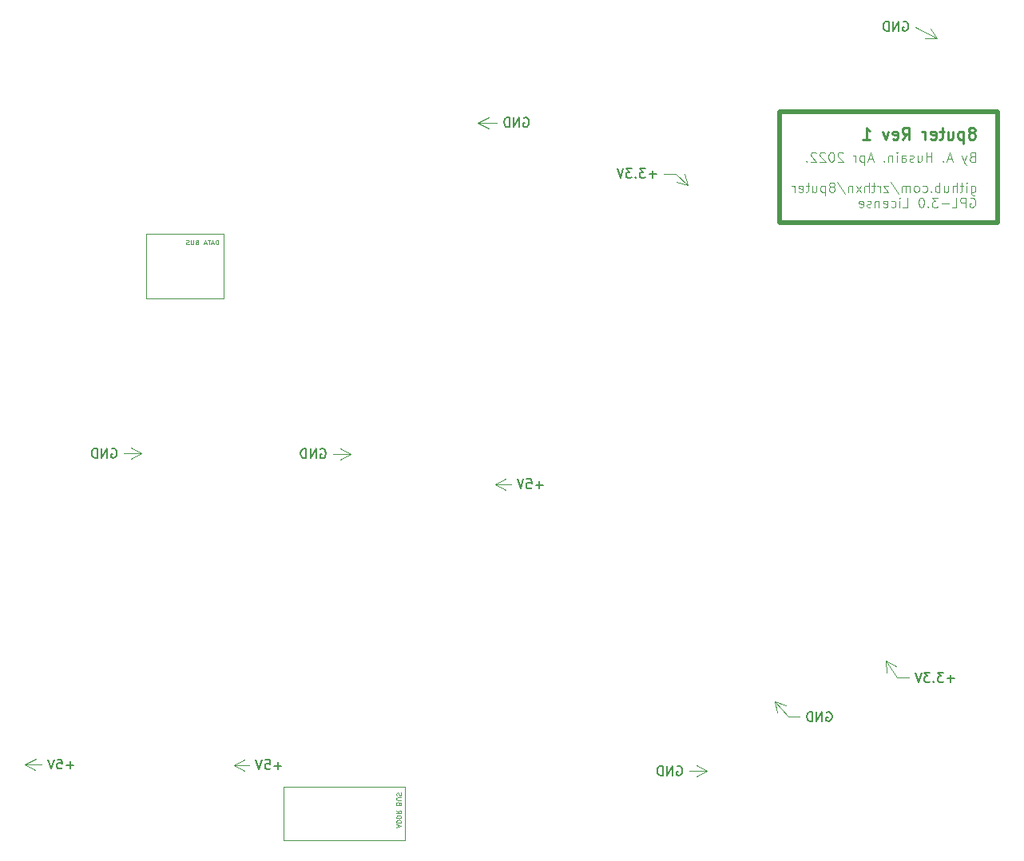
<source format=gbr>
%TF.GenerationSoftware,KiCad,Pcbnew,6.0.4-1.fc35*%
%TF.CreationDate,2022-04-22T23:34:45+05:30*%
%TF.ProjectId,8puter,38707574-6572-42e6-9b69-6361645f7063,rev?*%
%TF.SameCoordinates,PX5496c90PY8113368*%
%TF.FileFunction,Legend,Bot*%
%TF.FilePolarity,Positive*%
%FSLAX46Y46*%
G04 Gerber Fmt 4.6, Leading zero omitted, Abs format (unit mm)*
G04 Created by KiCad (PCBNEW 6.0.4-1.fc35) date 2022-04-22 23:34:45*
%MOMM*%
%LPD*%
G01*
G04 APERTURE LIST*
%ADD10C,0.120000*%
%ADD11C,0.500000*%
%ADD12C,0.100000*%
%ADD13C,0.125000*%
%ADD14C,0.250000*%
%ADD15C,0.150000*%
G04 APERTURE END LIST*
D10*
X36500000Y11900000D02*
X49400000Y11900000D01*
X49400000Y11900000D02*
X49400000Y6300000D01*
X49400000Y6300000D02*
X36500000Y6300000D01*
X36500000Y6300000D02*
X36500000Y11900000D01*
X21975000Y70600000D02*
X30125000Y70600000D01*
X30125000Y70600000D02*
X30125000Y63750000D01*
X30125000Y63750000D02*
X21975000Y63750000D01*
X21975000Y63750000D02*
X21975000Y70600000D01*
D11*
X112200000Y71800000D02*
X89050000Y71800000D01*
X89050000Y71800000D02*
X89050000Y83600000D01*
X89050000Y83600000D02*
X112200000Y83600000D01*
X112200000Y83600000D02*
X112200000Y71800000D01*
D12*
X48616666Y7690477D02*
X48616666Y7928572D01*
X48473809Y7642858D02*
X48973809Y7809524D01*
X48473809Y7976191D01*
X48473809Y8142858D02*
X48973809Y8142858D01*
X48973809Y8261905D01*
X48950000Y8333334D01*
X48902380Y8380953D01*
X48854761Y8404762D01*
X48759523Y8428572D01*
X48688095Y8428572D01*
X48592857Y8404762D01*
X48545238Y8380953D01*
X48497619Y8333334D01*
X48473809Y8261905D01*
X48473809Y8142858D01*
X48473809Y8642858D02*
X48973809Y8642858D01*
X48973809Y8761905D01*
X48950000Y8833334D01*
X48902380Y8880953D01*
X48854761Y8904762D01*
X48759523Y8928572D01*
X48688095Y8928572D01*
X48592857Y8904762D01*
X48545238Y8880953D01*
X48497619Y8833334D01*
X48473809Y8761905D01*
X48473809Y8642858D01*
X48473809Y9428572D02*
X48711904Y9261905D01*
X48473809Y9142858D02*
X48973809Y9142858D01*
X48973809Y9333334D01*
X48950000Y9380953D01*
X48926190Y9404762D01*
X48878571Y9428572D01*
X48807142Y9428572D01*
X48759523Y9404762D01*
X48735714Y9380953D01*
X48711904Y9333334D01*
X48711904Y9142858D01*
X48735714Y10190477D02*
X48711904Y10261905D01*
X48688095Y10285715D01*
X48640476Y10309524D01*
X48569047Y10309524D01*
X48521428Y10285715D01*
X48497619Y10261905D01*
X48473809Y10214286D01*
X48473809Y10023810D01*
X48973809Y10023810D01*
X48973809Y10190477D01*
X48950000Y10238096D01*
X48926190Y10261905D01*
X48878571Y10285715D01*
X48830952Y10285715D01*
X48783333Y10261905D01*
X48759523Y10238096D01*
X48735714Y10190477D01*
X48735714Y10023810D01*
X48973809Y10523810D02*
X48569047Y10523810D01*
X48521428Y10547620D01*
X48497619Y10571429D01*
X48473809Y10619048D01*
X48473809Y10714286D01*
X48497619Y10761905D01*
X48521428Y10785715D01*
X48569047Y10809524D01*
X48973809Y10809524D01*
X48497619Y11023810D02*
X48473809Y11095239D01*
X48473809Y11214286D01*
X48497619Y11261905D01*
X48521428Y11285715D01*
X48569047Y11309524D01*
X48616666Y11309524D01*
X48664285Y11285715D01*
X48688095Y11261905D01*
X48711904Y11214286D01*
X48735714Y11119048D01*
X48759523Y11071429D01*
X48783333Y11047620D01*
X48830952Y11023810D01*
X48878571Y11023810D01*
X48926190Y11047620D01*
X48950000Y11071429D01*
X48973809Y11119048D01*
X48973809Y11238096D01*
X48950000Y11309524D01*
X29590476Y69473810D02*
X29590476Y69973810D01*
X29471428Y69973810D01*
X29400000Y69950000D01*
X29352380Y69902381D01*
X29328571Y69854762D01*
X29304761Y69759524D01*
X29304761Y69688096D01*
X29328571Y69592858D01*
X29352380Y69545239D01*
X29400000Y69497620D01*
X29471428Y69473810D01*
X29590476Y69473810D01*
X29114285Y69616667D02*
X28876190Y69616667D01*
X29161904Y69473810D02*
X28995238Y69973810D01*
X28828571Y69473810D01*
X28733333Y69973810D02*
X28447619Y69973810D01*
X28590476Y69473810D02*
X28590476Y69973810D01*
X28304761Y69616667D02*
X28066666Y69616667D01*
X28352380Y69473810D02*
X28185714Y69973810D01*
X28019047Y69473810D01*
X27304761Y69735715D02*
X27233333Y69711905D01*
X27209523Y69688096D01*
X27185714Y69640477D01*
X27185714Y69569048D01*
X27209523Y69521429D01*
X27233333Y69497620D01*
X27280952Y69473810D01*
X27471428Y69473810D01*
X27471428Y69973810D01*
X27304761Y69973810D01*
X27257142Y69950000D01*
X27233333Y69926191D01*
X27209523Y69878572D01*
X27209523Y69830953D01*
X27233333Y69783334D01*
X27257142Y69759524D01*
X27304761Y69735715D01*
X27471428Y69735715D01*
X26971428Y69973810D02*
X26971428Y69569048D01*
X26947619Y69521429D01*
X26923809Y69497620D01*
X26876190Y69473810D01*
X26780952Y69473810D01*
X26733333Y69497620D01*
X26709523Y69521429D01*
X26685714Y69569048D01*
X26685714Y69973810D01*
X26471428Y69497620D02*
X26400000Y69473810D01*
X26280952Y69473810D01*
X26233333Y69497620D01*
X26209523Y69521429D01*
X26185714Y69569048D01*
X26185714Y69616667D01*
X26209523Y69664286D01*
X26233333Y69688096D01*
X26280952Y69711905D01*
X26376190Y69735715D01*
X26423809Y69759524D01*
X26447619Y69783334D01*
X26471428Y69830953D01*
X26471428Y69878572D01*
X26447619Y69926191D01*
X26423809Y69950000D01*
X26376190Y69973810D01*
X26257142Y69973810D01*
X26185714Y69950000D01*
D13*
X109472321Y78786429D02*
X109329464Y78738810D01*
X109281845Y78691191D01*
X109234226Y78595953D01*
X109234226Y78453096D01*
X109281845Y78357858D01*
X109329464Y78310239D01*
X109424702Y78262620D01*
X109805654Y78262620D01*
X109805654Y79262620D01*
X109472321Y79262620D01*
X109377083Y79215000D01*
X109329464Y79167381D01*
X109281845Y79072143D01*
X109281845Y78976905D01*
X109329464Y78881667D01*
X109377083Y78834048D01*
X109472321Y78786429D01*
X109805654Y78786429D01*
X108900892Y78929286D02*
X108662797Y78262620D01*
X108424702Y78929286D02*
X108662797Y78262620D01*
X108758035Y78024524D01*
X108805654Y77976905D01*
X108900892Y77929286D01*
X107329464Y78548334D02*
X106853273Y78548334D01*
X107424702Y78262620D02*
X107091369Y79262620D01*
X106758035Y78262620D01*
X106424702Y78357858D02*
X106377083Y78310239D01*
X106424702Y78262620D01*
X106472321Y78310239D01*
X106424702Y78357858D01*
X106424702Y78262620D01*
X105186607Y78262620D02*
X105186607Y79262620D01*
X105186607Y78786429D02*
X104615178Y78786429D01*
X104615178Y78262620D02*
X104615178Y79262620D01*
X103710416Y78929286D02*
X103710416Y78262620D01*
X104138988Y78929286D02*
X104138988Y78405477D01*
X104091369Y78310239D01*
X103996130Y78262620D01*
X103853273Y78262620D01*
X103758035Y78310239D01*
X103710416Y78357858D01*
X103281845Y78310239D02*
X103186607Y78262620D01*
X102996130Y78262620D01*
X102900892Y78310239D01*
X102853273Y78405477D01*
X102853273Y78453096D01*
X102900892Y78548334D01*
X102996130Y78595953D01*
X103138988Y78595953D01*
X103234226Y78643572D01*
X103281845Y78738810D01*
X103281845Y78786429D01*
X103234226Y78881667D01*
X103138988Y78929286D01*
X102996130Y78929286D01*
X102900892Y78881667D01*
X101996130Y78262620D02*
X101996130Y78786429D01*
X102043750Y78881667D01*
X102138988Y78929286D01*
X102329464Y78929286D01*
X102424702Y78881667D01*
X101996130Y78310239D02*
X102091369Y78262620D01*
X102329464Y78262620D01*
X102424702Y78310239D01*
X102472321Y78405477D01*
X102472321Y78500715D01*
X102424702Y78595953D01*
X102329464Y78643572D01*
X102091369Y78643572D01*
X101996130Y78691191D01*
X101519940Y78262620D02*
X101519940Y78929286D01*
X101519940Y79262620D02*
X101567559Y79215000D01*
X101519940Y79167381D01*
X101472321Y79215000D01*
X101519940Y79262620D01*
X101519940Y79167381D01*
X101043750Y78929286D02*
X101043750Y78262620D01*
X101043750Y78834048D02*
X100996130Y78881667D01*
X100900892Y78929286D01*
X100758035Y78929286D01*
X100662797Y78881667D01*
X100615178Y78786429D01*
X100615178Y78262620D01*
X100138988Y78357858D02*
X100091369Y78310239D01*
X100138988Y78262620D01*
X100186607Y78310239D01*
X100138988Y78357858D01*
X100138988Y78262620D01*
X98948511Y78548334D02*
X98472321Y78548334D01*
X99043750Y78262620D02*
X98710416Y79262620D01*
X98377083Y78262620D01*
X98043750Y78929286D02*
X98043750Y77929286D01*
X98043750Y78881667D02*
X97948511Y78929286D01*
X97758035Y78929286D01*
X97662797Y78881667D01*
X97615178Y78834048D01*
X97567559Y78738810D01*
X97567559Y78453096D01*
X97615178Y78357858D01*
X97662797Y78310239D01*
X97758035Y78262620D01*
X97948511Y78262620D01*
X98043750Y78310239D01*
X97138988Y78262620D02*
X97138988Y78929286D01*
X97138988Y78738810D02*
X97091369Y78834048D01*
X97043750Y78881667D01*
X96948511Y78929286D01*
X96853273Y78929286D01*
X95805654Y79167381D02*
X95758035Y79215000D01*
X95662797Y79262620D01*
X95424702Y79262620D01*
X95329464Y79215000D01*
X95281845Y79167381D01*
X95234226Y79072143D01*
X95234226Y78976905D01*
X95281845Y78834048D01*
X95853273Y78262620D01*
X95234226Y78262620D01*
X94615178Y79262620D02*
X94519940Y79262620D01*
X94424702Y79215000D01*
X94377083Y79167381D01*
X94329464Y79072143D01*
X94281845Y78881667D01*
X94281845Y78643572D01*
X94329464Y78453096D01*
X94377083Y78357858D01*
X94424702Y78310239D01*
X94519940Y78262620D01*
X94615178Y78262620D01*
X94710416Y78310239D01*
X94758035Y78357858D01*
X94805654Y78453096D01*
X94853273Y78643572D01*
X94853273Y78881667D01*
X94805654Y79072143D01*
X94758035Y79167381D01*
X94710416Y79215000D01*
X94615178Y79262620D01*
X93900892Y79167381D02*
X93853273Y79215000D01*
X93758035Y79262620D01*
X93519940Y79262620D01*
X93424702Y79215000D01*
X93377083Y79167381D01*
X93329464Y79072143D01*
X93329464Y78976905D01*
X93377083Y78834048D01*
X93948511Y78262620D01*
X93329464Y78262620D01*
X92948511Y79167381D02*
X92900892Y79215000D01*
X92805654Y79262620D01*
X92567559Y79262620D01*
X92472321Y79215000D01*
X92424702Y79167381D01*
X92377083Y79072143D01*
X92377083Y78976905D01*
X92424702Y78834048D01*
X92996130Y78262620D01*
X92377083Y78262620D01*
X91948511Y78357858D02*
X91900892Y78310239D01*
X91948511Y78262620D01*
X91996130Y78310239D01*
X91948511Y78357858D01*
X91948511Y78262620D01*
X109377083Y75709286D02*
X109377083Y74899762D01*
X109424702Y74804524D01*
X109472321Y74756905D01*
X109567559Y74709286D01*
X109710416Y74709286D01*
X109805654Y74756905D01*
X109377083Y75090239D02*
X109472321Y75042620D01*
X109662797Y75042620D01*
X109758035Y75090239D01*
X109805654Y75137858D01*
X109853273Y75233096D01*
X109853273Y75518810D01*
X109805654Y75614048D01*
X109758035Y75661667D01*
X109662797Y75709286D01*
X109472321Y75709286D01*
X109377083Y75661667D01*
X108900892Y75042620D02*
X108900892Y75709286D01*
X108900892Y76042620D02*
X108948511Y75995000D01*
X108900892Y75947381D01*
X108853273Y75995000D01*
X108900892Y76042620D01*
X108900892Y75947381D01*
X108567559Y75709286D02*
X108186607Y75709286D01*
X108424702Y76042620D02*
X108424702Y75185477D01*
X108377083Y75090239D01*
X108281845Y75042620D01*
X108186607Y75042620D01*
X107853273Y75042620D02*
X107853273Y76042620D01*
X107424702Y75042620D02*
X107424702Y75566429D01*
X107472321Y75661667D01*
X107567559Y75709286D01*
X107710416Y75709286D01*
X107805654Y75661667D01*
X107853273Y75614048D01*
X106519940Y75709286D02*
X106519940Y75042620D01*
X106948511Y75709286D02*
X106948511Y75185477D01*
X106900892Y75090239D01*
X106805654Y75042620D01*
X106662797Y75042620D01*
X106567559Y75090239D01*
X106519940Y75137858D01*
X106043750Y75042620D02*
X106043750Y76042620D01*
X106043750Y75661667D02*
X105948511Y75709286D01*
X105758035Y75709286D01*
X105662797Y75661667D01*
X105615178Y75614048D01*
X105567559Y75518810D01*
X105567559Y75233096D01*
X105615178Y75137858D01*
X105662797Y75090239D01*
X105758035Y75042620D01*
X105948511Y75042620D01*
X106043750Y75090239D01*
X105138988Y75137858D02*
X105091369Y75090239D01*
X105138988Y75042620D01*
X105186607Y75090239D01*
X105138988Y75137858D01*
X105138988Y75042620D01*
X104234226Y75090239D02*
X104329464Y75042620D01*
X104519940Y75042620D01*
X104615178Y75090239D01*
X104662797Y75137858D01*
X104710416Y75233096D01*
X104710416Y75518810D01*
X104662797Y75614048D01*
X104615178Y75661667D01*
X104519940Y75709286D01*
X104329464Y75709286D01*
X104234226Y75661667D01*
X103662797Y75042620D02*
X103758035Y75090239D01*
X103805654Y75137858D01*
X103853273Y75233096D01*
X103853273Y75518810D01*
X103805654Y75614048D01*
X103758035Y75661667D01*
X103662797Y75709286D01*
X103519940Y75709286D01*
X103424702Y75661667D01*
X103377083Y75614048D01*
X103329464Y75518810D01*
X103329464Y75233096D01*
X103377083Y75137858D01*
X103424702Y75090239D01*
X103519940Y75042620D01*
X103662797Y75042620D01*
X102900892Y75042620D02*
X102900892Y75709286D01*
X102900892Y75614048D02*
X102853273Y75661667D01*
X102758035Y75709286D01*
X102615178Y75709286D01*
X102519940Y75661667D01*
X102472321Y75566429D01*
X102472321Y75042620D01*
X102472321Y75566429D02*
X102424702Y75661667D01*
X102329464Y75709286D01*
X102186607Y75709286D01*
X102091369Y75661667D01*
X102043750Y75566429D01*
X102043750Y75042620D01*
X100853273Y76090239D02*
X101710416Y74804524D01*
X100615178Y75709286D02*
X100091369Y75709286D01*
X100615178Y75042620D01*
X100091369Y75042620D01*
X99710416Y75042620D02*
X99710416Y75709286D01*
X99710416Y75518810D02*
X99662797Y75614048D01*
X99615178Y75661667D01*
X99519940Y75709286D01*
X99424702Y75709286D01*
X99234226Y75709286D02*
X98853273Y75709286D01*
X99091369Y76042620D02*
X99091369Y75185477D01*
X99043750Y75090239D01*
X98948511Y75042620D01*
X98853273Y75042620D01*
X98519940Y75042620D02*
X98519940Y76042620D01*
X98091369Y75042620D02*
X98091369Y75566429D01*
X98138988Y75661667D01*
X98234226Y75709286D01*
X98377083Y75709286D01*
X98472321Y75661667D01*
X98519940Y75614048D01*
X97710416Y75042620D02*
X97186607Y75709286D01*
X97710416Y75709286D02*
X97186607Y75042620D01*
X96805654Y75709286D02*
X96805654Y75042620D01*
X96805654Y75614048D02*
X96758035Y75661667D01*
X96662797Y75709286D01*
X96519940Y75709286D01*
X96424702Y75661667D01*
X96377083Y75566429D01*
X96377083Y75042620D01*
X95186607Y76090239D02*
X96043750Y74804524D01*
X94710416Y75614048D02*
X94805654Y75661667D01*
X94853273Y75709286D01*
X94900892Y75804524D01*
X94900892Y75852143D01*
X94853273Y75947381D01*
X94805654Y75995000D01*
X94710416Y76042620D01*
X94519940Y76042620D01*
X94424702Y75995000D01*
X94377083Y75947381D01*
X94329464Y75852143D01*
X94329464Y75804524D01*
X94377083Y75709286D01*
X94424702Y75661667D01*
X94519940Y75614048D01*
X94710416Y75614048D01*
X94805654Y75566429D01*
X94853273Y75518810D01*
X94900892Y75423572D01*
X94900892Y75233096D01*
X94853273Y75137858D01*
X94805654Y75090239D01*
X94710416Y75042620D01*
X94519940Y75042620D01*
X94424702Y75090239D01*
X94377083Y75137858D01*
X94329464Y75233096D01*
X94329464Y75423572D01*
X94377083Y75518810D01*
X94424702Y75566429D01*
X94519940Y75614048D01*
X93900892Y75709286D02*
X93900892Y74709286D01*
X93900892Y75661667D02*
X93805654Y75709286D01*
X93615178Y75709286D01*
X93519940Y75661667D01*
X93472321Y75614048D01*
X93424702Y75518810D01*
X93424702Y75233096D01*
X93472321Y75137858D01*
X93519940Y75090239D01*
X93615178Y75042620D01*
X93805654Y75042620D01*
X93900892Y75090239D01*
X92567559Y75709286D02*
X92567559Y75042620D01*
X92996130Y75709286D02*
X92996130Y75185477D01*
X92948511Y75090239D01*
X92853273Y75042620D01*
X92710416Y75042620D01*
X92615178Y75090239D01*
X92567559Y75137858D01*
X92234226Y75709286D02*
X91853273Y75709286D01*
X92091369Y76042620D02*
X92091369Y75185477D01*
X92043750Y75090239D01*
X91948511Y75042620D01*
X91853273Y75042620D01*
X91138988Y75090239D02*
X91234226Y75042620D01*
X91424702Y75042620D01*
X91519940Y75090239D01*
X91567559Y75185477D01*
X91567559Y75566429D01*
X91519940Y75661667D01*
X91424702Y75709286D01*
X91234226Y75709286D01*
X91138988Y75661667D01*
X91091369Y75566429D01*
X91091369Y75471191D01*
X91567559Y75375953D01*
X90662797Y75042620D02*
X90662797Y75709286D01*
X90662797Y75518810D02*
X90615178Y75614048D01*
X90567559Y75661667D01*
X90472321Y75709286D01*
X90377083Y75709286D01*
X109281845Y74385000D02*
X109377083Y74432620D01*
X109519940Y74432620D01*
X109662797Y74385000D01*
X109758035Y74289762D01*
X109805654Y74194524D01*
X109853273Y74004048D01*
X109853273Y73861191D01*
X109805654Y73670715D01*
X109758035Y73575477D01*
X109662797Y73480239D01*
X109519940Y73432620D01*
X109424702Y73432620D01*
X109281845Y73480239D01*
X109234226Y73527858D01*
X109234226Y73861191D01*
X109424702Y73861191D01*
X108805654Y73432620D02*
X108805654Y74432620D01*
X108424702Y74432620D01*
X108329464Y74385000D01*
X108281845Y74337381D01*
X108234226Y74242143D01*
X108234226Y74099286D01*
X108281845Y74004048D01*
X108329464Y73956429D01*
X108424702Y73908810D01*
X108805654Y73908810D01*
X107329464Y73432620D02*
X107805654Y73432620D01*
X107805654Y74432620D01*
X106996130Y73813572D02*
X106234226Y73813572D01*
X105853273Y74432620D02*
X105234226Y74432620D01*
X105567559Y74051667D01*
X105424702Y74051667D01*
X105329464Y74004048D01*
X105281845Y73956429D01*
X105234226Y73861191D01*
X105234226Y73623096D01*
X105281845Y73527858D01*
X105329464Y73480239D01*
X105424702Y73432620D01*
X105710416Y73432620D01*
X105805654Y73480239D01*
X105853273Y73527858D01*
X104805654Y73527858D02*
X104758035Y73480239D01*
X104805654Y73432620D01*
X104853273Y73480239D01*
X104805654Y73527858D01*
X104805654Y73432620D01*
X104138988Y74432620D02*
X104043750Y74432620D01*
X103948511Y74385000D01*
X103900892Y74337381D01*
X103853273Y74242143D01*
X103805654Y74051667D01*
X103805654Y73813572D01*
X103853273Y73623096D01*
X103900892Y73527858D01*
X103948511Y73480239D01*
X104043750Y73432620D01*
X104138988Y73432620D01*
X104234226Y73480239D01*
X104281845Y73527858D01*
X104329464Y73623096D01*
X104377083Y73813572D01*
X104377083Y74051667D01*
X104329464Y74242143D01*
X104281845Y74337381D01*
X104234226Y74385000D01*
X104138988Y74432620D01*
X102138988Y73432620D02*
X102615178Y73432620D01*
X102615178Y74432620D01*
X101805654Y73432620D02*
X101805654Y74099286D01*
X101805654Y74432620D02*
X101853273Y74385000D01*
X101805654Y74337381D01*
X101758035Y74385000D01*
X101805654Y74432620D01*
X101805654Y74337381D01*
X100900892Y73480239D02*
X100996130Y73432620D01*
X101186607Y73432620D01*
X101281845Y73480239D01*
X101329464Y73527858D01*
X101377083Y73623096D01*
X101377083Y73908810D01*
X101329464Y74004048D01*
X101281845Y74051667D01*
X101186607Y74099286D01*
X100996130Y74099286D01*
X100900892Y74051667D01*
X100091369Y73480239D02*
X100186607Y73432620D01*
X100377083Y73432620D01*
X100472321Y73480239D01*
X100519940Y73575477D01*
X100519940Y73956429D01*
X100472321Y74051667D01*
X100377083Y74099286D01*
X100186607Y74099286D01*
X100091369Y74051667D01*
X100043750Y73956429D01*
X100043750Y73861191D01*
X100519940Y73765953D01*
X99615178Y74099286D02*
X99615178Y73432620D01*
X99615178Y74004048D02*
X99567559Y74051667D01*
X99472321Y74099286D01*
X99329464Y74099286D01*
X99234226Y74051667D01*
X99186607Y73956429D01*
X99186607Y73432620D01*
X98758035Y73480239D02*
X98662797Y73432620D01*
X98472321Y73432620D01*
X98377083Y73480239D01*
X98329464Y73575477D01*
X98329464Y73623096D01*
X98377083Y73718334D01*
X98472321Y73765953D01*
X98615178Y73765953D01*
X98710416Y73813572D01*
X98758035Y73908810D01*
X98758035Y73956429D01*
X98710416Y74051667D01*
X98615178Y74099286D01*
X98472321Y74099286D01*
X98377083Y74051667D01*
X97519940Y73480239D02*
X97615178Y73432620D01*
X97805654Y73432620D01*
X97900892Y73480239D01*
X97948511Y73575477D01*
X97948511Y73956429D01*
X97900892Y74051667D01*
X97805654Y74099286D01*
X97615178Y74099286D01*
X97519940Y74051667D01*
X97472321Y73956429D01*
X97472321Y73861191D01*
X97948511Y73765953D01*
D14*
X109586309Y81348810D02*
X109705357Y81408334D01*
X109764880Y81467858D01*
X109824404Y81586905D01*
X109824404Y81646429D01*
X109764880Y81765477D01*
X109705357Y81825000D01*
X109586309Y81884524D01*
X109348214Y81884524D01*
X109229166Y81825000D01*
X109169642Y81765477D01*
X109110119Y81646429D01*
X109110119Y81586905D01*
X109169642Y81467858D01*
X109229166Y81408334D01*
X109348214Y81348810D01*
X109586309Y81348810D01*
X109705357Y81289286D01*
X109764880Y81229762D01*
X109824404Y81110715D01*
X109824404Y80872620D01*
X109764880Y80753572D01*
X109705357Y80694048D01*
X109586309Y80634524D01*
X109348214Y80634524D01*
X109229166Y80694048D01*
X109169642Y80753572D01*
X109110119Y80872620D01*
X109110119Y81110715D01*
X109169642Y81229762D01*
X109229166Y81289286D01*
X109348214Y81348810D01*
X108574404Y81467858D02*
X108574404Y80217858D01*
X108574404Y81408334D02*
X108455357Y81467858D01*
X108217261Y81467858D01*
X108098214Y81408334D01*
X108038690Y81348810D01*
X107979166Y81229762D01*
X107979166Y80872620D01*
X108038690Y80753572D01*
X108098214Y80694048D01*
X108217261Y80634524D01*
X108455357Y80634524D01*
X108574404Y80694048D01*
X106907738Y81467858D02*
X106907738Y80634524D01*
X107443452Y81467858D02*
X107443452Y80813096D01*
X107383928Y80694048D01*
X107264880Y80634524D01*
X107086309Y80634524D01*
X106967261Y80694048D01*
X106907738Y80753572D01*
X106491071Y81467858D02*
X106014880Y81467858D01*
X106312500Y81884524D02*
X106312500Y80813096D01*
X106252976Y80694048D01*
X106133928Y80634524D01*
X106014880Y80634524D01*
X105122023Y80694048D02*
X105241071Y80634524D01*
X105479166Y80634524D01*
X105598214Y80694048D01*
X105657738Y80813096D01*
X105657738Y81289286D01*
X105598214Y81408334D01*
X105479166Y81467858D01*
X105241071Y81467858D01*
X105122023Y81408334D01*
X105062500Y81289286D01*
X105062500Y81170239D01*
X105657738Y81051191D01*
X104526785Y80634524D02*
X104526785Y81467858D01*
X104526785Y81229762D02*
X104467261Y81348810D01*
X104407738Y81408334D01*
X104288690Y81467858D01*
X104169642Y81467858D01*
X102086309Y80634524D02*
X102502976Y81229762D01*
X102800595Y80634524D02*
X102800595Y81884524D01*
X102324404Y81884524D01*
X102205357Y81825000D01*
X102145833Y81765477D01*
X102086309Y81646429D01*
X102086309Y81467858D01*
X102145833Y81348810D01*
X102205357Y81289286D01*
X102324404Y81229762D01*
X102800595Y81229762D01*
X101074404Y80694048D02*
X101193452Y80634524D01*
X101431547Y80634524D01*
X101550595Y80694048D01*
X101610119Y80813096D01*
X101610119Y81289286D01*
X101550595Y81408334D01*
X101431547Y81467858D01*
X101193452Y81467858D01*
X101074404Y81408334D01*
X101014880Y81289286D01*
X101014880Y81170239D01*
X101610119Y81051191D01*
X100598214Y81467858D02*
X100300595Y80634524D01*
X100002976Y81467858D01*
X97919642Y80634524D02*
X98633928Y80634524D01*
X98276785Y80634524D02*
X98276785Y81884524D01*
X98395833Y81705953D01*
X98514880Y81586905D01*
X98633928Y81527381D01*
D15*
X63985714Y43978572D02*
X63223809Y43978572D01*
X63604761Y43597620D02*
X63604761Y44359524D01*
X62271428Y44597620D02*
X62747619Y44597620D01*
X62795238Y44121429D01*
X62747619Y44169048D01*
X62652380Y44216667D01*
X62414285Y44216667D01*
X62319047Y44169048D01*
X62271428Y44121429D01*
X62223809Y44026191D01*
X62223809Y43788096D01*
X62271428Y43692858D01*
X62319047Y43645239D01*
X62414285Y43597620D01*
X62652380Y43597620D01*
X62747619Y43645239D01*
X62795238Y43692858D01*
X61938095Y44597620D02*
X61604761Y43597620D01*
X61271428Y44597620D01*
D10*
X58940000Y44050000D02*
X59650000Y44050000D01*
X58940000Y44050000D02*
X60066504Y43463579D01*
X58940000Y44050000D02*
X60066504Y44636421D01*
X59650000Y44050000D02*
X60601191Y44050000D01*
D15*
X36285714Y14178572D02*
X35523809Y14178572D01*
X35904761Y13797620D02*
X35904761Y14559524D01*
X34571428Y14797620D02*
X35047619Y14797620D01*
X35095238Y14321429D01*
X35047619Y14369048D01*
X34952380Y14416667D01*
X34714285Y14416667D01*
X34619047Y14369048D01*
X34571428Y14321429D01*
X34523809Y14226191D01*
X34523809Y13988096D01*
X34571428Y13892858D01*
X34619047Y13845239D01*
X34714285Y13797620D01*
X34952380Y13797620D01*
X35047619Y13845239D01*
X35095238Y13892858D01*
X34238095Y14797620D02*
X33904761Y13797620D01*
X33571428Y14797620D01*
D10*
X31240000Y14250000D02*
X31950000Y14250000D01*
X31240000Y14250000D02*
X32366504Y13663579D01*
X31240000Y14250000D02*
X32366504Y14836421D01*
X31950000Y14250000D02*
X32901191Y14250000D01*
D15*
X40411904Y47750000D02*
X40507142Y47797620D01*
X40650000Y47797620D01*
X40792857Y47750000D01*
X40888095Y47654762D01*
X40935714Y47559524D01*
X40983333Y47369048D01*
X40983333Y47226191D01*
X40935714Y47035715D01*
X40888095Y46940477D01*
X40792857Y46845239D01*
X40650000Y46797620D01*
X40554761Y46797620D01*
X40411904Y46845239D01*
X40364285Y46892858D01*
X40364285Y47226191D01*
X40554761Y47226191D01*
X39935714Y46797620D02*
X39935714Y47797620D01*
X39364285Y46797620D01*
X39364285Y47797620D01*
X38888095Y46797620D02*
X38888095Y47797620D01*
X38650000Y47797620D01*
X38507142Y47750000D01*
X38411904Y47654762D01*
X38364285Y47559524D01*
X38316666Y47369048D01*
X38316666Y47226191D01*
X38364285Y47035715D01*
X38411904Y46940477D01*
X38507142Y46845239D01*
X38650000Y46797620D01*
X38888095Y46797620D01*
D10*
X43600000Y47250000D02*
X41748810Y47250000D01*
X43600000Y47250000D02*
X42473496Y47836421D01*
X43600000Y47250000D02*
X42473496Y46663579D01*
D15*
X78211904Y14100000D02*
X78307142Y14147620D01*
X78450000Y14147620D01*
X78592857Y14100000D01*
X78688095Y14004762D01*
X78735714Y13909524D01*
X78783333Y13719048D01*
X78783333Y13576191D01*
X78735714Y13385715D01*
X78688095Y13290477D01*
X78592857Y13195239D01*
X78450000Y13147620D01*
X78354761Y13147620D01*
X78211904Y13195239D01*
X78164285Y13242858D01*
X78164285Y13576191D01*
X78354761Y13576191D01*
X77735714Y13147620D02*
X77735714Y14147620D01*
X77164285Y13147620D01*
X77164285Y14147620D01*
X76688095Y13147620D02*
X76688095Y14147620D01*
X76450000Y14147620D01*
X76307142Y14100000D01*
X76211904Y14004762D01*
X76164285Y13909524D01*
X76116666Y13719048D01*
X76116666Y13576191D01*
X76164285Y13385715D01*
X76211904Y13290477D01*
X76307142Y13195239D01*
X76450000Y13147620D01*
X76688095Y13147620D01*
D10*
X81400000Y13600000D02*
X79548810Y13600000D01*
X81400000Y13600000D02*
X80273496Y14186421D01*
X81400000Y13600000D02*
X80273496Y13013579D01*
D15*
X18261904Y47800000D02*
X18357142Y47847620D01*
X18500000Y47847620D01*
X18642857Y47800000D01*
X18738095Y47704762D01*
X18785714Y47609524D01*
X18833333Y47419048D01*
X18833333Y47276191D01*
X18785714Y47085715D01*
X18738095Y46990477D01*
X18642857Y46895239D01*
X18500000Y46847620D01*
X18404761Y46847620D01*
X18261904Y46895239D01*
X18214285Y46942858D01*
X18214285Y47276191D01*
X18404761Y47276191D01*
X17785714Y46847620D02*
X17785714Y47847620D01*
X17214285Y46847620D01*
X17214285Y47847620D01*
X16738095Y46847620D02*
X16738095Y47847620D01*
X16500000Y47847620D01*
X16357142Y47800000D01*
X16261904Y47704762D01*
X16214285Y47609524D01*
X16166666Y47419048D01*
X16166666Y47276191D01*
X16214285Y47085715D01*
X16261904Y46990477D01*
X16357142Y46895239D01*
X16500000Y46847620D01*
X16738095Y46847620D01*
D10*
X21450000Y47300000D02*
X19598810Y47300000D01*
X21450000Y47300000D02*
X20323496Y47886421D01*
X21450000Y47300000D02*
X20323496Y46713579D01*
D15*
X76000000Y76928572D02*
X75238095Y76928572D01*
X75619047Y76547620D02*
X75619047Y77309524D01*
X74857142Y77547620D02*
X74238095Y77547620D01*
X74571428Y77166667D01*
X74428571Y77166667D01*
X74333333Y77119048D01*
X74285714Y77071429D01*
X74238095Y76976191D01*
X74238095Y76738096D01*
X74285714Y76642858D01*
X74333333Y76595239D01*
X74428571Y76547620D01*
X74714285Y76547620D01*
X74809523Y76595239D01*
X74857142Y76642858D01*
X73809523Y76642858D02*
X73761904Y76595239D01*
X73809523Y76547620D01*
X73857142Y76595239D01*
X73809523Y76642858D01*
X73809523Y76547620D01*
X73428571Y77547620D02*
X72809523Y77547620D01*
X73142857Y77166667D01*
X73000000Y77166667D01*
X72904761Y77119048D01*
X72857142Y77071429D01*
X72809523Y76976191D01*
X72809523Y76738096D01*
X72857142Y76642858D01*
X72904761Y76595239D01*
X73000000Y76547620D01*
X73285714Y76547620D01*
X73380952Y76595239D01*
X73428571Y76642858D01*
X72523809Y77547620D02*
X72190476Y76547620D01*
X71857142Y77547620D01*
D10*
X79346447Y75753553D02*
X78100000Y77000000D01*
X79346447Y75753553D02*
X78964551Y76964774D01*
X79346447Y75753553D02*
X78135226Y76135449D01*
X78100000Y77000000D02*
X76813095Y77000000D01*
D15*
X102161904Y93100000D02*
X102257142Y93147620D01*
X102400000Y93147620D01*
X102542857Y93100000D01*
X102638095Y93004762D01*
X102685714Y92909524D01*
X102733333Y92719048D01*
X102733333Y92576191D01*
X102685714Y92385715D01*
X102638095Y92290477D01*
X102542857Y92195239D01*
X102400000Y92147620D01*
X102304761Y92147620D01*
X102161904Y92195239D01*
X102114285Y92242858D01*
X102114285Y92576191D01*
X102304761Y92576191D01*
X101685714Y92147620D02*
X101685714Y93147620D01*
X101114285Y92147620D01*
X101114285Y93147620D01*
X100638095Y92147620D02*
X100638095Y93147620D01*
X100400000Y93147620D01*
X100257142Y93100000D01*
X100161904Y93004762D01*
X100114285Y92909524D01*
X100066666Y92719048D01*
X100066666Y92576191D01*
X100114285Y92385715D01*
X100161904Y92290477D01*
X100257142Y92195239D01*
X100400000Y92147620D01*
X100638095Y92147620D01*
D10*
X105759260Y91336111D02*
X103498810Y92547066D01*
X105759260Y91336111D02*
X105043190Y92384988D01*
X105759260Y91336111D02*
X104489349Y91351152D01*
D15*
X94061904Y19850000D02*
X94157142Y19897620D01*
X94300000Y19897620D01*
X94442857Y19850000D01*
X94538095Y19754762D01*
X94585714Y19659524D01*
X94633333Y19469048D01*
X94633333Y19326191D01*
X94585714Y19135715D01*
X94538095Y19040477D01*
X94442857Y18945239D01*
X94300000Y18897620D01*
X94204761Y18897620D01*
X94061904Y18945239D01*
X94014285Y18992858D01*
X94014285Y19326191D01*
X94204761Y19326191D01*
X93585714Y18897620D02*
X93585714Y19897620D01*
X93014285Y18897620D01*
X93014285Y19897620D01*
X92538095Y18897620D02*
X92538095Y19897620D01*
X92300000Y19897620D01*
X92157142Y19850000D01*
X92061904Y19754762D01*
X92014285Y19659524D01*
X91966666Y19469048D01*
X91966666Y19326191D01*
X92014285Y19135715D01*
X92061904Y19040477D01*
X92157142Y18945239D01*
X92300000Y18897620D01*
X92538095Y18897620D01*
D10*
X88529901Y21024280D02*
X90000000Y19350000D01*
X88529901Y21024280D02*
X88832509Y19790859D01*
X88529901Y21024280D02*
X89713830Y20564701D01*
X90000000Y19350000D02*
X91201191Y19350000D01*
D15*
X61961904Y82900000D02*
X62057142Y82947620D01*
X62200000Y82947620D01*
X62342857Y82900000D01*
X62438095Y82804762D01*
X62485714Y82709524D01*
X62533333Y82519048D01*
X62533333Y82376191D01*
X62485714Y82185715D01*
X62438095Y82090477D01*
X62342857Y81995239D01*
X62200000Y81947620D01*
X62104761Y81947620D01*
X61961904Y81995239D01*
X61914285Y82042858D01*
X61914285Y82376191D01*
X62104761Y82376191D01*
X61485714Y81947620D02*
X61485714Y82947620D01*
X60914285Y81947620D01*
X60914285Y82947620D01*
X60438095Y81947620D02*
X60438095Y82947620D01*
X60200000Y82947620D01*
X60057142Y82900000D01*
X59961904Y82804762D01*
X59914285Y82709524D01*
X59866666Y82519048D01*
X59866666Y82376191D01*
X59914285Y82185715D01*
X59961904Y82090477D01*
X60057142Y81995239D01*
X60200000Y81947620D01*
X60438095Y81947620D01*
D10*
X57100000Y82400000D02*
X59101191Y82400000D01*
X57100000Y82400000D02*
X58226504Y81813579D01*
X57100000Y82400000D02*
X58226504Y82986421D01*
D15*
X107600000Y23428572D02*
X106838095Y23428572D01*
X107219047Y23047620D02*
X107219047Y23809524D01*
X106457142Y24047620D02*
X105838095Y24047620D01*
X106171428Y23666667D01*
X106028571Y23666667D01*
X105933333Y23619048D01*
X105885714Y23571429D01*
X105838095Y23476191D01*
X105838095Y23238096D01*
X105885714Y23142858D01*
X105933333Y23095239D01*
X106028571Y23047620D01*
X106314285Y23047620D01*
X106409523Y23095239D01*
X106457142Y23142858D01*
X105409523Y23142858D02*
X105361904Y23095239D01*
X105409523Y23047620D01*
X105457142Y23095239D01*
X105409523Y23142858D01*
X105409523Y23047620D01*
X105028571Y24047620D02*
X104409523Y24047620D01*
X104742857Y23666667D01*
X104600000Y23666667D01*
X104504761Y23619048D01*
X104457142Y23571429D01*
X104409523Y23476191D01*
X104409523Y23238096D01*
X104457142Y23142858D01*
X104504761Y23095239D01*
X104600000Y23047620D01*
X104885714Y23047620D01*
X104980952Y23095239D01*
X105028571Y23142858D01*
X104123809Y24047620D02*
X103790476Y23047620D01*
X103457142Y24047620D01*
D10*
X100327350Y25333975D02*
X101550000Y23500000D01*
X100327350Y25333975D02*
X100464290Y24071380D01*
X100327350Y25333975D02*
X101440153Y24721955D01*
X101550000Y23500000D02*
X102786905Y23500000D01*
D15*
X14235714Y14228572D02*
X13473809Y14228572D01*
X13854761Y13847620D02*
X13854761Y14609524D01*
X12521428Y14847620D02*
X12997619Y14847620D01*
X13045238Y14371429D01*
X12997619Y14419048D01*
X12902380Y14466667D01*
X12664285Y14466667D01*
X12569047Y14419048D01*
X12521428Y14371429D01*
X12473809Y14276191D01*
X12473809Y14038096D01*
X12521428Y13942858D01*
X12569047Y13895239D01*
X12664285Y13847620D01*
X12902380Y13847620D01*
X12997619Y13895239D01*
X13045238Y13942858D01*
X12188095Y14847620D02*
X11854761Y13847620D01*
X11521428Y14847620D01*
D10*
X9089849Y14317709D02*
X9810000Y14300000D01*
X9089849Y14317709D02*
X10201597Y13703773D01*
X9089849Y14317709D02*
X10230428Y14876260D01*
X9810000Y14300000D02*
X10851191Y14300000D01*
M02*

</source>
